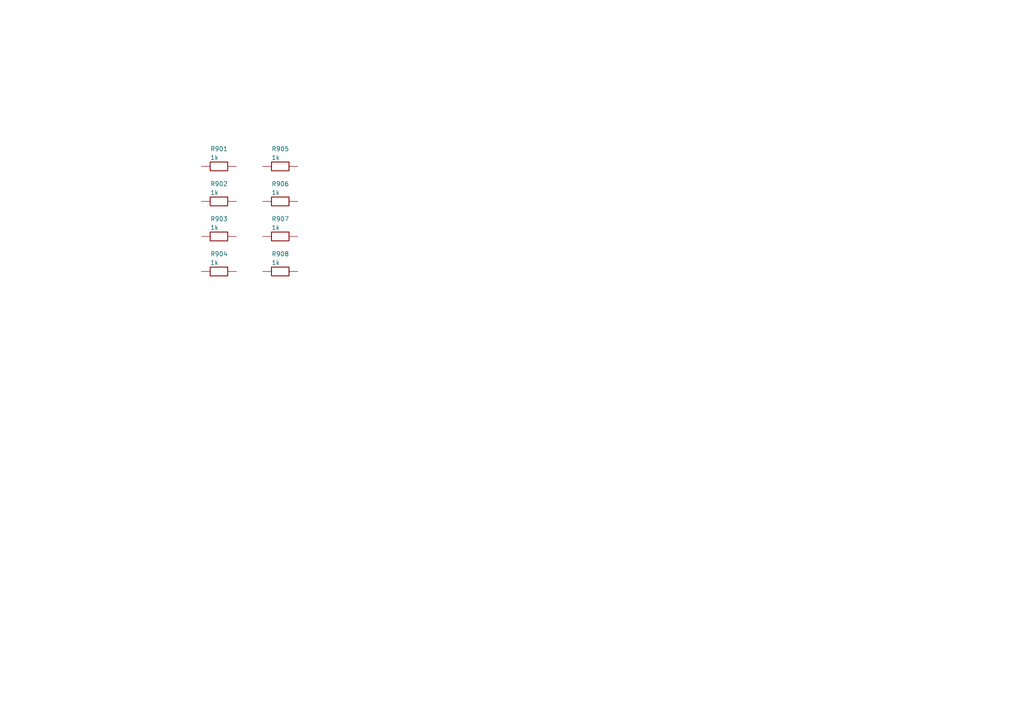
<source format=kicad_sch>
(kicad_sch (version 20211123) (generator eeschema)

  (uuid 6ca3c38c-4e71-4202-b6c1-1b25f04a27ae)

  (paper "A4")

  (lib_symbols
    (symbol "Passives:R1206" (pin_numbers hide) (pin_names (offset 0)) (in_bom yes) (on_board yes)
      (property "Reference" "R" (id 0) (at -2.54 5.08 0)
        (effects (font (size 1.27 1.27)) (justify left))
      )
      (property "Value" "R1206" (id 1) (at -2.54 2.54 0)
        (effects (font (size 1.27 1.27)) (justify left))
      )
      (property "Footprint" "Passives:R1206M" (id 2) (at -2.54 -2.54 0)
        (effects (font (size 1.27 1.27)) (justify left) hide)
      )
      (property "Datasheet" "" (id 3) (at 0 0 0)
        (effects (font (size 1.27 1.27)) hide)
      )
      (property "ki_keywords" "r res resistor" (id 4) (at 0 0 0)
        (effects (font (size 1.27 1.27)) hide)
      )
      (property "ki_description" "Resistor" (id 5) (at 0 0 0)
        (effects (font (size 1.27 1.27)) hide)
      )
      (property "ki_fp_filters" "PASSIVES:RC1206M" (id 6) (at 0 0 0)
        (effects (font (size 1.27 1.27)) hide)
      )
      (symbol "R1206_0_1"
        (polyline
          (pts
            (xy 2.54 1.27)
            (xy 2.54 -1.27)
            (xy -2.54 -1.27)
            (xy -2.54 1.27)
            (xy 2.54 1.27)
          )
          (stroke (width 0.254) (type default) (color 0 0 0 0))
          (fill (type none))
        )
      )
      (symbol "R1206_1_1"
        (pin passive line (at -5.08 0 0) (length 2.54)
          (name "~" (effects (font (size 1.27 1.27))))
          (number "1" (effects (font (size 1.27 1.27))))
        )
        (pin passive line (at 5.08 0 180) (length 2.54)
          (name "~" (effects (font (size 1.27 1.27))))
          (number "2" (effects (font (size 1.27 1.27))))
        )
      )
    )
  )


  (symbol (lib_id "Passives:R1206") (at 63.5 48.26 0)
    (in_bom yes) (on_board yes)
    (uuid 00000000-0000-0000-0000-00005c66f7b3)
    (property "Reference" "R901" (id 0) (at 60.96 43.18 0)
      (effects (font (size 1.27 1.27)) (justify left))
    )
    (property "Value" "1k" (id 1) (at 60.96 45.72 0)
      (effects (font (size 1.27 1.27)) (justify left))
    )
    (property "Footprint" "Passives:R1206M" (id 2) (at 60.96 50.8 0)
      (effects (font (size 1.27 1.27)) (justify left) hide)
    )
    (property "Datasheet" "" (id 3) (at 63.5 48.26 0)
      (effects (font (size 1.27 1.27)) hide)
    )
    (pin "1" (uuid e65b62be-e01b-4688-a999-1d1be370c4ae))
    (pin "2" (uuid 82be7aae-5d06-4178-8c3e-98760c41b054))
  )

  (symbol (lib_id "Passives:R1206") (at 63.5 58.42 0)
    (in_bom yes) (on_board yes)
    (uuid 00000000-0000-0000-0000-00005c66f845)
    (property "Reference" "R902" (id 0) (at 60.96 53.34 0)
      (effects (font (size 1.27 1.27)) (justify left))
    )
    (property "Value" "1k" (id 1) (at 60.96 55.88 0)
      (effects (font (size 1.27 1.27)) (justify left))
    )
    (property "Footprint" "Passives:R1206M" (id 2) (at 60.96 60.96 0)
      (effects (font (size 1.27 1.27)) (justify left) hide)
    )
    (property "Datasheet" "" (id 3) (at 63.5 58.42 0)
      (effects (font (size 1.27 1.27)) hide)
    )
    (pin "1" (uuid 7a4ce4b3-518a-4819-b8b2-5127b3347c64))
    (pin "2" (uuid 20c315f4-1e4f-49aa-8d61-778a7389df7e))
  )

  (symbol (lib_id "Passives:R1206") (at 63.5 68.58 0)
    (in_bom yes) (on_board yes)
    (uuid 00000000-0000-0000-0000-00005c66f85d)
    (property "Reference" "R903" (id 0) (at 60.96 63.5 0)
      (effects (font (size 1.27 1.27)) (justify left))
    )
    (property "Value" "1k" (id 1) (at 60.96 66.04 0)
      (effects (font (size 1.27 1.27)) (justify left))
    )
    (property "Footprint" "Passives:R1206M" (id 2) (at 60.96 71.12 0)
      (effects (font (size 1.27 1.27)) (justify left) hide)
    )
    (property "Datasheet" "" (id 3) (at 63.5 68.58 0)
      (effects (font (size 1.27 1.27)) hide)
    )
    (pin "1" (uuid 8d0c1d66-35ef-4a53-a28f-436a11b54f42))
    (pin "2" (uuid 6fd4442e-30b3-428b-9306-61418a63d311))
  )

  (symbol (lib_id "Passives:R1206") (at 63.5 78.74 0)
    (in_bom yes) (on_board yes)
    (uuid 00000000-0000-0000-0000-00005c66f87b)
    (property "Reference" "R904" (id 0) (at 60.96 73.66 0)
      (effects (font (size 1.27 1.27)) (justify left))
    )
    (property "Value" "1k" (id 1) (at 60.96 76.2 0)
      (effects (font (size 1.27 1.27)) (justify left))
    )
    (property "Footprint" "Passives:R1206M" (id 2) (at 60.96 81.28 0)
      (effects (font (size 1.27 1.27)) (justify left) hide)
    )
    (property "Datasheet" "" (id 3) (at 63.5 78.74 0)
      (effects (font (size 1.27 1.27)) hide)
    )
    (pin "1" (uuid 382ca670-6ae8-4de6-90f9-f241d1337171))
    (pin "2" (uuid 0e8f7fc0-2ef2-4b90-9c15-8a3a601ee459))
  )

  (symbol (lib_id "Passives:R1206") (at 81.28 48.26 0)
    (in_bom yes) (on_board yes)
    (uuid 00000000-0000-0000-0000-00005c66f897)
    (property "Reference" "R905" (id 0) (at 78.74 43.18 0)
      (effects (font (size 1.27 1.27)) (justify left))
    )
    (property "Value" "1k" (id 1) (at 78.74 45.72 0)
      (effects (font (size 1.27 1.27)) (justify left))
    )
    (property "Footprint" "Passives:R1206M" (id 2) (at 78.74 50.8 0)
      (effects (font (size 1.27 1.27)) (justify left) hide)
    )
    (property "Datasheet" "" (id 3) (at 81.28 48.26 0)
      (effects (font (size 1.27 1.27)) hide)
    )
    (pin "1" (uuid cff34251-839c-4da9-a0ad-85d0fc4e32af))
    (pin "2" (uuid d5b800ca-1ab6-4b66-b5f7-2dda5658b504))
  )

  (symbol (lib_id "Passives:R1206") (at 81.28 58.42 0)
    (in_bom yes) (on_board yes)
    (uuid 00000000-0000-0000-0000-00005c66f8d7)
    (property "Reference" "R906" (id 0) (at 78.74 53.34 0)
      (effects (font (size 1.27 1.27)) (justify left))
    )
    (property "Value" "1k" (id 1) (at 78.74 55.88 0)
      (effects (font (size 1.27 1.27)) (justify left))
    )
    (property "Footprint" "Passives:R1206M" (id 2) (at 78.74 60.96 0)
      (effects (font (size 1.27 1.27)) (justify left) hide)
    )
    (property "Datasheet" "" (id 3) (at 81.28 58.42 0)
      (effects (font (size 1.27 1.27)) hide)
    )
    (pin "1" (uuid 309b3bff-19c8-41ec-a84d-63399c649f46))
    (pin "2" (uuid 8c0807a7-765b-4fa5-baaa-e09a2b610e6b))
  )

  (symbol (lib_id "Passives:R1206") (at 81.28 68.58 0)
    (in_bom yes) (on_board yes)
    (uuid 00000000-0000-0000-0000-00005c66f8fb)
    (property "Reference" "R907" (id 0) (at 78.74 63.5 0)
      (effects (font (size 1.27 1.27)) (justify left))
    )
    (property "Value" "1k" (id 1) (at 78.74 66.04 0)
      (effects (font (size 1.27 1.27)) (justify left))
    )
    (property "Footprint" "Passives:R1206M" (id 2) (at 78.74 71.12 0)
      (effects (font (size 1.27 1.27)) (justify left) hide)
    )
    (property "Datasheet" "" (id 3) (at 81.28 68.58 0)
      (effects (font (size 1.27 1.27)) hide)
    )
    (pin "1" (uuid 057af6bb-cf6f-4bfb-b0c0-2e92a2c09a47))
    (pin "2" (uuid 935f462d-8b1e-4005-9f1e-17f537ab1756))
  )

  (symbol (lib_id "Passives:R1206") (at 81.28 78.74 0)
    (in_bom yes) (on_board yes)
    (uuid 00000000-0000-0000-0000-00005c66f921)
    (property "Reference" "R908" (id 0) (at 78.74 73.66 0)
      (effects (font (size 1.27 1.27)) (justify left))
    )
    (property "Value" "1k" (id 1) (at 78.74 76.2 0)
      (effects (font (size 1.27 1.27)) (justify left))
    )
    (property "Footprint" "Passives:R1206M" (id 2) (at 78.74 81.28 0)
      (effects (font (size 1.27 1.27)) (justify left) hide)
    )
    (property "Datasheet" "" (id 3) (at 81.28 78.74 0)
      (effects (font (size 1.27 1.27)) hide)
    )
    (pin "1" (uuid a5e521b9-814e-4853-a5ac-f158785c6269))
    (pin "2" (uuid 262f1ea9-0133-4b43-be36-456207ea857c))
  )
)

</source>
